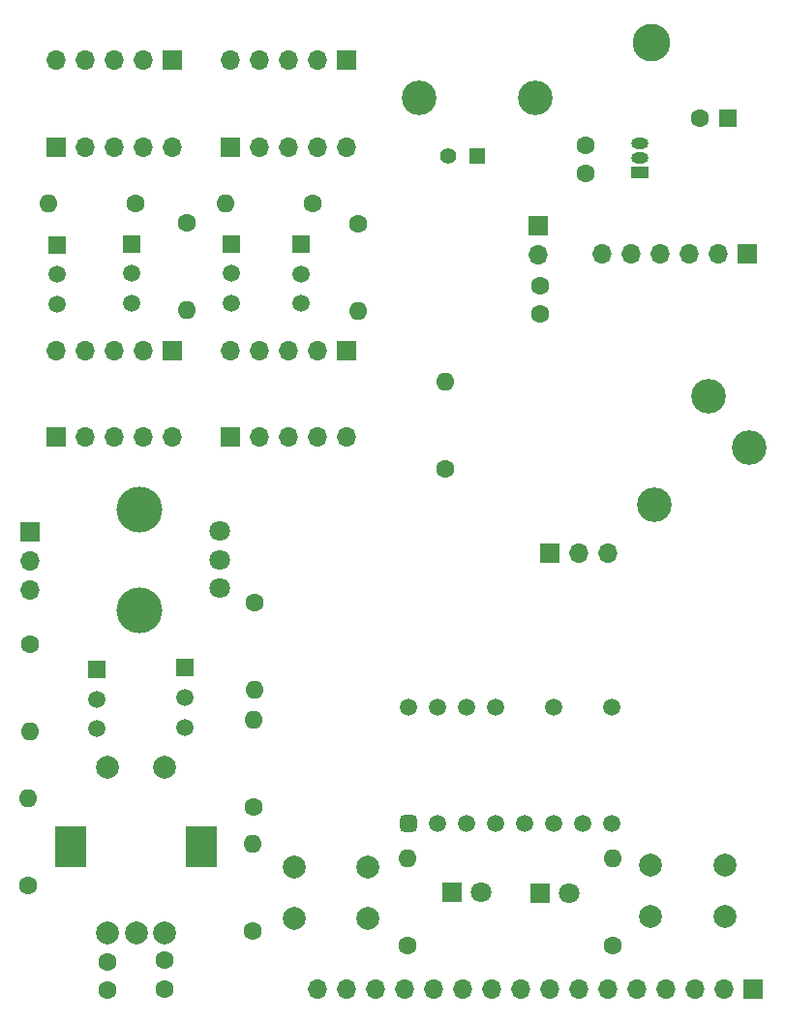
<source format=gbr>
%TF.GenerationSoftware,KiCad,Pcbnew,(6.0.7)*%
%TF.CreationDate,2023-03-08T11:17:01-08:00*%
%TF.ProjectId,Relay_LED,52656c61-795f-44c4-9544-2e6b69636164,rev?*%
%TF.SameCoordinates,Original*%
%TF.FileFunction,Soldermask,Bot*%
%TF.FilePolarity,Negative*%
%FSLAX46Y46*%
G04 Gerber Fmt 4.6, Leading zero omitted, Abs format (unit mm)*
G04 Created by KiCad (PCBNEW (6.0.7)) date 2023-03-08 11:17:01*
%MOMM*%
%LPD*%
G01*
G04 APERTURE LIST*
G04 Aperture macros list*
%AMRoundRect*
0 Rectangle with rounded corners*
0 $1 Rounding radius*
0 $2 $3 $4 $5 $6 $7 $8 $9 X,Y pos of 4 corners*
0 Add a 4 corners polygon primitive as box body*
4,1,4,$2,$3,$4,$5,$6,$7,$8,$9,$2,$3,0*
0 Add four circle primitives for the rounded corners*
1,1,$1+$1,$2,$3*
1,1,$1+$1,$4,$5*
1,1,$1+$1,$6,$7*
1,1,$1+$1,$8,$9*
0 Add four rect primitives between the rounded corners*
20,1,$1+$1,$2,$3,$4,$5,0*
20,1,$1+$1,$4,$5,$6,$7,0*
20,1,$1+$1,$6,$7,$8,$9,0*
20,1,$1+$1,$8,$9,$2,$3,0*%
G04 Aperture macros list end*
%ADD10C,2.000000*%
%ADD11R,2.800000X3.600000*%
%ADD12C,1.600000*%
%ADD13O,1.600000X1.600000*%
%ADD14C,4.000000*%
%ADD15C,1.800000*%
%ADD16C,3.016000*%
%ADD17R,1.700000X1.700000*%
%ADD18O,1.700000X1.700000*%
%ADD19R,1.500000X1.500000*%
%ADD20C,1.500000*%
%ADD21R,1.600000X1.600000*%
%ADD22C,3.300000*%
%ADD23RoundRect,0.375000X0.375000X-0.375000X0.375000X0.375000X-0.375000X0.375000X-0.375000X-0.375000X0*%
%ADD24R,1.800000X1.800000*%
%ADD25R,1.398000X1.398000*%
%ADD26C,1.398000*%
%ADD27C,3.015000*%
%ADD28R,1.500000X1.000000*%
%ADD29O,1.500000X1.000000*%
G04 APERTURE END LIST*
D10*
%TO.C,S1*%
X59725000Y-115900000D03*
X64725000Y-115900000D03*
D11*
X56525000Y-122900000D03*
X67925000Y-122900000D03*
D10*
X59725000Y-130400000D03*
X64725000Y-130400000D03*
X62225000Y-130400000D03*
%TD*%
D12*
%TO.C,R3*%
X72550000Y-101540000D03*
D13*
X72550000Y-109160000D03*
%TD*%
D14*
%TO.C,R9*%
X62500000Y-102175000D03*
X62500000Y-93375000D03*
D15*
X69500000Y-95275000D03*
X69500000Y-97775000D03*
X69500000Y-100275000D03*
%TD*%
D16*
%TO.C,CON1*%
X115825000Y-88007100D03*
X112325000Y-83507100D03*
X107525000Y-93007100D03*
%TD*%
D17*
%TO.C,J7*%
X55260000Y-87090000D03*
D18*
X57800000Y-87090000D03*
X60340000Y-87090000D03*
X62880000Y-87090000D03*
X65420000Y-87090000D03*
%TD*%
D12*
%TO.C,C5*%
X101500000Y-61525000D03*
X101500000Y-64025000D03*
%TD*%
D17*
%TO.C,J13*%
X80645000Y-54080000D03*
D18*
X78105000Y-54080000D03*
X75565000Y-54080000D03*
X73025000Y-54080000D03*
X70485000Y-54080000D03*
%TD*%
D17*
%TO.C,J1*%
X116200000Y-135350000D03*
D18*
X113660000Y-135350000D03*
X111120000Y-135350000D03*
X108580000Y-135350000D03*
X106040000Y-135350000D03*
X103500000Y-135350000D03*
X100960000Y-135350000D03*
X98420000Y-135350000D03*
X95880000Y-135350000D03*
X93340000Y-135350000D03*
X90800000Y-135350000D03*
X88260000Y-135350000D03*
X85720000Y-135350000D03*
X83180000Y-135350000D03*
X80640000Y-135350000D03*
X78100000Y-135350000D03*
%TD*%
D12*
%TO.C,R10*%
X62150000Y-66675000D03*
D13*
X54530000Y-66675000D03*
%TD*%
D17*
%TO.C,J2*%
X115700000Y-71025000D03*
D18*
X113160000Y-71025000D03*
X110620000Y-71025000D03*
X108080000Y-71025000D03*
X105540000Y-71025000D03*
X103000000Y-71025000D03*
%TD*%
D12*
%TO.C,R8*%
X89300000Y-89860000D03*
D13*
X89300000Y-82240000D03*
%TD*%
D17*
%TO.C,J12*%
X65410000Y-79480000D03*
D18*
X62870000Y-79480000D03*
X60330000Y-79480000D03*
X57790000Y-79480000D03*
X55250000Y-79480000D03*
%TD*%
D17*
%TO.C,J8*%
X70495000Y-61700000D03*
D18*
X73035000Y-61700000D03*
X75575000Y-61700000D03*
X78115000Y-61700000D03*
X80655000Y-61700000D03*
%TD*%
D12*
%TO.C,R13*%
X81650000Y-68400000D03*
D13*
X81650000Y-76020000D03*
%TD*%
D12*
%TO.C,R4*%
X52900000Y-105200000D03*
D13*
X52900000Y-112820000D03*
%TD*%
D17*
%TO.C,J5*%
X97375000Y-68575000D03*
D18*
X97375000Y-71115000D03*
%TD*%
D19*
%TO.C,Q2*%
X58800000Y-107375000D03*
D20*
X58800000Y-109975000D03*
X58800000Y-112575000D03*
%TD*%
D21*
%TO.C,C3*%
X114007380Y-59225000D03*
D12*
X111507380Y-59225000D03*
%TD*%
D17*
%TO.C,J9*%
X70500000Y-87090000D03*
D18*
X73040000Y-87090000D03*
X75580000Y-87090000D03*
X78120000Y-87090000D03*
X80660000Y-87090000D03*
%TD*%
D22*
%TO.C,REF\u002A\u002A*%
X107310000Y-52600000D03*
%TD*%
D17*
%TO.C,J4*%
X52950000Y-95325000D03*
D18*
X52950000Y-97865000D03*
X52950000Y-100405000D03*
%TD*%
D12*
%TO.C,C2*%
X59750000Y-132925000D03*
X59750000Y-135425000D03*
%TD*%
%TO.C,R11*%
X66625000Y-68375000D03*
D13*
X66625000Y-75995000D03*
%TD*%
D12*
%TO.C,R7*%
X52750000Y-126235000D03*
D13*
X52750000Y-118615000D03*
%TD*%
D23*
%TO.C,DSP1*%
X86010000Y-120847500D03*
D20*
X88550000Y-120847500D03*
X91090000Y-120847500D03*
X93630000Y-120847500D03*
X96170000Y-120847500D03*
X98710000Y-120847500D03*
X101250000Y-120847500D03*
X103790000Y-120847500D03*
X103790000Y-110687500D03*
X98710000Y-110687500D03*
X93630000Y-110687500D03*
X91090000Y-110687500D03*
X88550000Y-110687500D03*
X86010000Y-110687500D03*
%TD*%
D19*
%TO.C,Q5*%
X70550000Y-70175000D03*
D20*
X70550000Y-72775000D03*
X70550000Y-75375000D03*
%TD*%
D10*
%TO.C,SW2*%
X82525000Y-124600000D03*
X76025000Y-124600000D03*
X82525000Y-129100000D03*
X76025000Y-129100000D03*
%TD*%
D12*
%TO.C,R12*%
X77650000Y-66675000D03*
D13*
X70030000Y-66675000D03*
%TD*%
D24*
%TO.C,D2*%
X97600000Y-126925000D03*
D15*
X100140000Y-126925000D03*
%TD*%
D25*
%TO.C,J10*%
X92050000Y-62466500D03*
D26*
X89510000Y-62466500D03*
D27*
X86970000Y-57386500D03*
X97130000Y-57386500D03*
%TD*%
D12*
%TO.C,C1*%
X97525000Y-73825000D03*
X97525000Y-76325000D03*
%TD*%
%TO.C,R5*%
X72475000Y-119400000D03*
D13*
X72475000Y-111780000D03*
%TD*%
D17*
%TO.C,J14*%
X80650000Y-79480000D03*
D18*
X78110000Y-79480000D03*
X75570000Y-79480000D03*
X73030000Y-79480000D03*
X70490000Y-79480000D03*
%TD*%
D19*
%TO.C,Q3*%
X55275000Y-70250000D03*
D20*
X55275000Y-72850000D03*
X55275000Y-75450000D03*
%TD*%
D12*
%TO.C,C4*%
X64750000Y-132800000D03*
X64750000Y-135300000D03*
%TD*%
D28*
%TO.C,U2*%
X106275000Y-63920000D03*
D29*
X106275000Y-62650000D03*
X106275000Y-61380000D03*
%TD*%
D10*
%TO.C,SW1*%
X113750000Y-124500000D03*
X107250000Y-124500000D03*
X107250000Y-129000000D03*
X113750000Y-129000000D03*
%TD*%
D12*
%TO.C,R2*%
X103900000Y-131485000D03*
D13*
X103900000Y-123865000D03*
%TD*%
D24*
%TO.C,D1*%
X89875000Y-126875000D03*
D15*
X92415000Y-126875000D03*
%TD*%
D17*
%TO.C,J3*%
X98425000Y-97250000D03*
D18*
X100965000Y-97250000D03*
X103505000Y-97250000D03*
%TD*%
D12*
%TO.C,R6*%
X72400000Y-130195000D03*
D13*
X72400000Y-122575000D03*
%TD*%
D19*
%TO.C,Q1*%
X66500000Y-107225000D03*
D20*
X66500000Y-109825000D03*
X66500000Y-112425000D03*
%TD*%
D17*
%TO.C,J11*%
X65405000Y-54080000D03*
D18*
X62865000Y-54080000D03*
X60325000Y-54080000D03*
X57785000Y-54080000D03*
X55245000Y-54080000D03*
%TD*%
D12*
%TO.C,R1*%
X86000000Y-131485000D03*
D13*
X86000000Y-123865000D03*
%TD*%
D19*
%TO.C,Q6*%
X76675000Y-70200000D03*
D20*
X76675000Y-72800000D03*
X76675000Y-75400000D03*
%TD*%
D19*
%TO.C,Q4*%
X61800000Y-70175000D03*
D20*
X61800000Y-72775000D03*
X61800000Y-75375000D03*
%TD*%
D17*
%TO.C,J6*%
X55255000Y-61700000D03*
D18*
X57795000Y-61700000D03*
X60335000Y-61700000D03*
X62875000Y-61700000D03*
X65415000Y-61700000D03*
%TD*%
M02*

</source>
